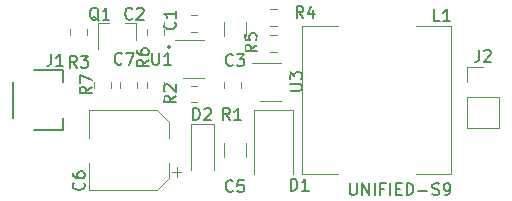
<source format=gto>
G04 #@! TF.GenerationSoftware,KiCad,Pcbnew,(5.1.4)-1*
G04 #@! TF.CreationDate,2020-04-16T23:28:20+09:00*
G04 #@! TF.ProjectId,solenoid-driver,736f6c65-6e6f-4696-942d-647269766572,rev?*
G04 #@! TF.SameCoordinates,Original*
G04 #@! TF.FileFunction,Legend,Top*
G04 #@! TF.FilePolarity,Positive*
%FSLAX46Y46*%
G04 Gerber Fmt 4.6, Leading zero omitted, Abs format (unit mm)*
G04 Created by KiCad (PCBNEW (5.1.4)-1) date 2020-04-16 23:28:20*
%MOMM*%
%LPD*%
G04 APERTURE LIST*
%ADD10C,0.150000*%
%ADD11C,0.200000*%
%ADD12C,0.120000*%
%ADD13R,1.200000X0.900000*%
%ADD14C,0.100000*%
%ADD15C,0.975000*%
%ADD16R,0.800000X0.900000*%
%ADD17C,3.500000*%
%ADD18O,1.700000X1.700000*%
%ADD19R,1.700000X1.700000*%
%ADD20R,1.060000X0.650000*%
%ADD21R,5.400000X2.900000*%
%ADD22R,1.550000X0.600000*%
%ADD23R,1.800000X1.200000*%
%ADD24R,1.800000X2.500000*%
%ADD25C,1.600000*%
%ADD26C,1.250000*%
G04 APERTURE END LIST*
D10*
X183515000Y-113030000D02*
G75*
G03X183515000Y-113030000I-127000J0D01*
G01*
D11*
X198707904Y-124547380D02*
X198707904Y-125356904D01*
X198755523Y-125452142D01*
X198803142Y-125499761D01*
X198898380Y-125547380D01*
X199088857Y-125547380D01*
X199184095Y-125499761D01*
X199231714Y-125452142D01*
X199279333Y-125356904D01*
X199279333Y-124547380D01*
X199755523Y-125547380D02*
X199755523Y-124547380D01*
X200326952Y-125547380D01*
X200326952Y-124547380D01*
X200803142Y-125547380D02*
X200803142Y-124547380D01*
X201612666Y-125023571D02*
X201279333Y-125023571D01*
X201279333Y-125547380D02*
X201279333Y-124547380D01*
X201755523Y-124547380D01*
X202136476Y-125547380D02*
X202136476Y-124547380D01*
X202612666Y-125023571D02*
X202946000Y-125023571D01*
X203088857Y-125547380D02*
X202612666Y-125547380D01*
X202612666Y-124547380D01*
X203088857Y-124547380D01*
X203517428Y-125547380D02*
X203517428Y-124547380D01*
X203755523Y-124547380D01*
X203898380Y-124595000D01*
X203993619Y-124690238D01*
X204041238Y-124785476D01*
X204088857Y-124975952D01*
X204088857Y-125118809D01*
X204041238Y-125309285D01*
X203993619Y-125404523D01*
X203898380Y-125499761D01*
X203755523Y-125547380D01*
X203517428Y-125547380D01*
X204517428Y-125166428D02*
X205279333Y-125166428D01*
X205707904Y-125499761D02*
X205850761Y-125547380D01*
X206088857Y-125547380D01*
X206184095Y-125499761D01*
X206231714Y-125452142D01*
X206279333Y-125356904D01*
X206279333Y-125261666D01*
X206231714Y-125166428D01*
X206184095Y-125118809D01*
X206088857Y-125071190D01*
X205898380Y-125023571D01*
X205803142Y-124975952D01*
X205755523Y-124928333D01*
X205707904Y-124833095D01*
X205707904Y-124737857D01*
X205755523Y-124642619D01*
X205803142Y-124595000D01*
X205898380Y-124547380D01*
X206136476Y-124547380D01*
X206279333Y-124595000D01*
X206755523Y-125547380D02*
X206946000Y-125547380D01*
X207041238Y-125499761D01*
X207088857Y-125452142D01*
X207184095Y-125309285D01*
X207231714Y-125118809D01*
X207231714Y-124737857D01*
X207184095Y-124642619D01*
X207136476Y-124595000D01*
X207041238Y-124547380D01*
X206850761Y-124547380D01*
X206755523Y-124595000D01*
X206707904Y-124642619D01*
X206660285Y-124737857D01*
X206660285Y-124975952D01*
X206707904Y-125071190D01*
X206755523Y-125118809D01*
X206850761Y-125166428D01*
X207041238Y-125166428D01*
X207136476Y-125118809D01*
X207184095Y-125071190D01*
X207231714Y-124975952D01*
D12*
X187250000Y-119500000D02*
X187250000Y-123400000D01*
X185250000Y-119500000D02*
X185250000Y-123400000D01*
X187250000Y-119500000D02*
X185250000Y-119500000D01*
X177040000Y-115991422D02*
X177040000Y-116508578D01*
X178460000Y-115991422D02*
X178460000Y-116508578D01*
X180580000Y-110990000D02*
X180580000Y-112450000D01*
X177420000Y-110990000D02*
X177420000Y-113150000D01*
X177420000Y-110990000D02*
X178350000Y-110990000D01*
X180580000Y-110990000D02*
X179650000Y-110990000D01*
X175040000Y-111491422D02*
X175040000Y-112008578D01*
X176460000Y-111491422D02*
X176460000Y-112008578D01*
X181540000Y-115991422D02*
X181540000Y-116508578D01*
X182960000Y-115991422D02*
X182960000Y-116508578D01*
X179290000Y-115991422D02*
X179290000Y-116508578D01*
X180710000Y-115991422D02*
X180710000Y-116508578D01*
X208670000Y-114670000D02*
X210000000Y-114670000D01*
X208670000Y-116000000D02*
X208670000Y-114670000D01*
X208670000Y-117270000D02*
X211330000Y-117270000D01*
X211330000Y-117270000D02*
X211330000Y-119870000D01*
X208670000Y-117270000D02*
X208670000Y-119870000D01*
X208670000Y-119870000D02*
X211330000Y-119870000D01*
X192900000Y-114390000D02*
X190450000Y-114390000D01*
X191100000Y-117610000D02*
X192900000Y-117610000D01*
X184600000Y-115610000D02*
X186400000Y-115610000D01*
X186400000Y-112390000D02*
X183950000Y-112390000D01*
X192508578Y-112040000D02*
X191991422Y-112040000D01*
X192508578Y-113460000D02*
X191991422Y-113460000D01*
X192508578Y-109790000D02*
X191991422Y-109790000D01*
X192508578Y-111210000D02*
X191991422Y-111210000D01*
X185241422Y-117710000D02*
X185758578Y-117710000D01*
X185241422Y-116290000D02*
X185758578Y-116290000D01*
X189460000Y-116508578D02*
X189460000Y-115991422D01*
X188040000Y-116508578D02*
X188040000Y-115991422D01*
X207300000Y-123800000D02*
X204300000Y-123800000D01*
X207300000Y-111200000D02*
X207300000Y-123800000D01*
X204300000Y-111200000D02*
X207300000Y-111200000D01*
X194700000Y-111200000D02*
X197700000Y-111200000D01*
X194700000Y-123800000D02*
X194700000Y-111200000D01*
X197700000Y-123800000D02*
X194700000Y-123800000D01*
D10*
X174400000Y-119000000D02*
X174400000Y-120000000D01*
X174400000Y-120000000D02*
X172000000Y-120000000D01*
X170200000Y-119000000D02*
X170200000Y-116000000D01*
X172000000Y-115000000D02*
X174400000Y-115000000D01*
X174400000Y-115000000D02*
X174400000Y-116000000D01*
D12*
X193900000Y-118350000D02*
X193900000Y-123750000D01*
X190600000Y-118350000D02*
X190600000Y-123750000D01*
X193900000Y-118350000D02*
X190600000Y-118350000D01*
X184043750Y-123991250D02*
X184043750Y-123203750D01*
X184437500Y-123597500D02*
X183650000Y-123597500D01*
X183410000Y-119404437D02*
X182345563Y-118340000D01*
X183410000Y-124095563D02*
X182345563Y-125160000D01*
X183410000Y-124095563D02*
X183410000Y-122810000D01*
X183410000Y-119404437D02*
X183410000Y-120690000D01*
X182345563Y-118340000D02*
X176590000Y-118340000D01*
X182345563Y-125160000D02*
X176590000Y-125160000D01*
X176590000Y-125160000D02*
X176590000Y-122810000D01*
X176590000Y-118340000D02*
X176590000Y-120690000D01*
X189910000Y-122352064D02*
X189910000Y-121147936D01*
X188090000Y-122352064D02*
X188090000Y-121147936D01*
X189910000Y-112102064D02*
X189910000Y-110897936D01*
X188090000Y-112102064D02*
X188090000Y-110897936D01*
X182960000Y-112008578D02*
X182960000Y-111491422D01*
X181540000Y-112008578D02*
X181540000Y-111491422D01*
X185241422Y-111710000D02*
X185758578Y-111710000D01*
X185241422Y-110290000D02*
X185758578Y-110290000D01*
D10*
X185443904Y-119197380D02*
X185443904Y-118197380D01*
X185682000Y-118197380D01*
X185824857Y-118245000D01*
X185920095Y-118340238D01*
X185967714Y-118435476D01*
X186015333Y-118625952D01*
X186015333Y-118768809D01*
X185967714Y-118959285D01*
X185920095Y-119054523D01*
X185824857Y-119149761D01*
X185682000Y-119197380D01*
X185443904Y-119197380D01*
X186396285Y-118292619D02*
X186443904Y-118245000D01*
X186539142Y-118197380D01*
X186777238Y-118197380D01*
X186872476Y-118245000D01*
X186920095Y-118292619D01*
X186967714Y-118387857D01*
X186967714Y-118483095D01*
X186920095Y-118625952D01*
X186348666Y-119197380D01*
X186967714Y-119197380D01*
X176855380Y-116371666D02*
X176379190Y-116705000D01*
X176855380Y-116943095D02*
X175855380Y-116943095D01*
X175855380Y-116562142D01*
X175903000Y-116466904D01*
X175950619Y-116419285D01*
X176045857Y-116371666D01*
X176188714Y-116371666D01*
X176283952Y-116419285D01*
X176331571Y-116466904D01*
X176379190Y-116562142D01*
X176379190Y-116943095D01*
X175855380Y-116038333D02*
X175855380Y-115371666D01*
X176855380Y-115800238D01*
X177450761Y-110783619D02*
X177355523Y-110736000D01*
X177260285Y-110640761D01*
X177117428Y-110497904D01*
X177022190Y-110450285D01*
X176926952Y-110450285D01*
X176974571Y-110688380D02*
X176879333Y-110640761D01*
X176784095Y-110545523D01*
X176736476Y-110355047D01*
X176736476Y-110021714D01*
X176784095Y-109831238D01*
X176879333Y-109736000D01*
X176974571Y-109688380D01*
X177165047Y-109688380D01*
X177260285Y-109736000D01*
X177355523Y-109831238D01*
X177403142Y-110021714D01*
X177403142Y-110355047D01*
X177355523Y-110545523D01*
X177260285Y-110640761D01*
X177165047Y-110688380D01*
X176974571Y-110688380D01*
X178355523Y-110688380D02*
X177784095Y-110688380D01*
X178069809Y-110688380D02*
X178069809Y-109688380D01*
X177974571Y-109831238D01*
X177879333Y-109926476D01*
X177784095Y-109974095D01*
X175601333Y-114752380D02*
X175268000Y-114276190D01*
X175029904Y-114752380D02*
X175029904Y-113752380D01*
X175410857Y-113752380D01*
X175506095Y-113800000D01*
X175553714Y-113847619D01*
X175601333Y-113942857D01*
X175601333Y-114085714D01*
X175553714Y-114180952D01*
X175506095Y-114228571D01*
X175410857Y-114276190D01*
X175029904Y-114276190D01*
X175934666Y-113752380D02*
X176553714Y-113752380D01*
X176220380Y-114133333D01*
X176363238Y-114133333D01*
X176458476Y-114180952D01*
X176506095Y-114228571D01*
X176553714Y-114323809D01*
X176553714Y-114561904D01*
X176506095Y-114657142D01*
X176458476Y-114704761D01*
X176363238Y-114752380D01*
X176077523Y-114752380D01*
X175982285Y-114704761D01*
X175934666Y-114657142D01*
X181681380Y-114085666D02*
X181205190Y-114419000D01*
X181681380Y-114657095D02*
X180681380Y-114657095D01*
X180681380Y-114276142D01*
X180729000Y-114180904D01*
X180776619Y-114133285D01*
X180871857Y-114085666D01*
X181014714Y-114085666D01*
X181109952Y-114133285D01*
X181157571Y-114180904D01*
X181205190Y-114276142D01*
X181205190Y-114657095D01*
X180681380Y-113228523D02*
X180681380Y-113419000D01*
X180729000Y-113514238D01*
X180776619Y-113561857D01*
X180919476Y-113657095D01*
X181109952Y-113704714D01*
X181490904Y-113704714D01*
X181586142Y-113657095D01*
X181633761Y-113609476D01*
X181681380Y-113514238D01*
X181681380Y-113323761D01*
X181633761Y-113228523D01*
X181586142Y-113180904D01*
X181490904Y-113133285D01*
X181252809Y-113133285D01*
X181157571Y-113180904D01*
X181109952Y-113228523D01*
X181062333Y-113323761D01*
X181062333Y-113514238D01*
X181109952Y-113609476D01*
X181157571Y-113657095D01*
X181252809Y-113704714D01*
X179411333Y-114403142D02*
X179363714Y-114450761D01*
X179220857Y-114498380D01*
X179125619Y-114498380D01*
X178982761Y-114450761D01*
X178887523Y-114355523D01*
X178839904Y-114260285D01*
X178792285Y-114069809D01*
X178792285Y-113926952D01*
X178839904Y-113736476D01*
X178887523Y-113641238D01*
X178982761Y-113546000D01*
X179125619Y-113498380D01*
X179220857Y-113498380D01*
X179363714Y-113546000D01*
X179411333Y-113593619D01*
X179744666Y-113498380D02*
X180411333Y-113498380D01*
X179982761Y-114498380D01*
X209666666Y-113244380D02*
X209666666Y-113958666D01*
X209619047Y-114101523D01*
X209523809Y-114196761D01*
X209380952Y-114244380D01*
X209285714Y-114244380D01*
X210095238Y-113339619D02*
X210142857Y-113292000D01*
X210238095Y-113244380D01*
X210476190Y-113244380D01*
X210571428Y-113292000D01*
X210619047Y-113339619D01*
X210666666Y-113434857D01*
X210666666Y-113530095D01*
X210619047Y-113672952D01*
X210047619Y-114244380D01*
X210666666Y-114244380D01*
X193635380Y-116712904D02*
X194444904Y-116712904D01*
X194540142Y-116665285D01*
X194587761Y-116617666D01*
X194635380Y-116522428D01*
X194635380Y-116331952D01*
X194587761Y-116236714D01*
X194540142Y-116189095D01*
X194444904Y-116141476D01*
X193635380Y-116141476D01*
X193635380Y-115760523D02*
X193635380Y-115141476D01*
X194016333Y-115474809D01*
X194016333Y-115331952D01*
X194063952Y-115236714D01*
X194111571Y-115189095D01*
X194206809Y-115141476D01*
X194444904Y-115141476D01*
X194540142Y-115189095D01*
X194587761Y-115236714D01*
X194635380Y-115331952D01*
X194635380Y-115617666D01*
X194587761Y-115712904D01*
X194540142Y-115760523D01*
X181991095Y-113498380D02*
X181991095Y-114307904D01*
X182038714Y-114403142D01*
X182086333Y-114450761D01*
X182181571Y-114498380D01*
X182372047Y-114498380D01*
X182467285Y-114450761D01*
X182514904Y-114403142D01*
X182562523Y-114307904D01*
X182562523Y-113498380D01*
X183562523Y-114498380D02*
X182991095Y-114498380D01*
X183276809Y-114498380D02*
X183276809Y-113498380D01*
X183181571Y-113641238D01*
X183086333Y-113736476D01*
X182991095Y-113784095D01*
X190825380Y-112815666D02*
X190349190Y-113149000D01*
X190825380Y-113387095D02*
X189825380Y-113387095D01*
X189825380Y-113006142D01*
X189873000Y-112910904D01*
X189920619Y-112863285D01*
X190015857Y-112815666D01*
X190158714Y-112815666D01*
X190253952Y-112863285D01*
X190301571Y-112910904D01*
X190349190Y-113006142D01*
X190349190Y-113387095D01*
X189825380Y-111910904D02*
X189825380Y-112387095D01*
X190301571Y-112434714D01*
X190253952Y-112387095D01*
X190206333Y-112291857D01*
X190206333Y-112053761D01*
X190253952Y-111958523D01*
X190301571Y-111910904D01*
X190396809Y-111863285D01*
X190634904Y-111863285D01*
X190730142Y-111910904D01*
X190777761Y-111958523D01*
X190825380Y-112053761D01*
X190825380Y-112291857D01*
X190777761Y-112387095D01*
X190730142Y-112434714D01*
X194778333Y-110561380D02*
X194445000Y-110085190D01*
X194206904Y-110561380D02*
X194206904Y-109561380D01*
X194587857Y-109561380D01*
X194683095Y-109609000D01*
X194730714Y-109656619D01*
X194778333Y-109751857D01*
X194778333Y-109894714D01*
X194730714Y-109989952D01*
X194683095Y-110037571D01*
X194587857Y-110085190D01*
X194206904Y-110085190D01*
X195635476Y-109894714D02*
X195635476Y-110561380D01*
X195397380Y-109513761D02*
X195159285Y-110228047D01*
X195778333Y-110228047D01*
X183967380Y-117133666D02*
X183491190Y-117467000D01*
X183967380Y-117705095D02*
X182967380Y-117705095D01*
X182967380Y-117324142D01*
X183015000Y-117228904D01*
X183062619Y-117181285D01*
X183157857Y-117133666D01*
X183300714Y-117133666D01*
X183395952Y-117181285D01*
X183443571Y-117228904D01*
X183491190Y-117324142D01*
X183491190Y-117705095D01*
X183062619Y-116752714D02*
X183015000Y-116705095D01*
X182967380Y-116609857D01*
X182967380Y-116371761D01*
X183015000Y-116276523D01*
X183062619Y-116228904D01*
X183157857Y-116181285D01*
X183253095Y-116181285D01*
X183395952Y-116228904D01*
X183967380Y-116800333D01*
X183967380Y-116181285D01*
X188555333Y-119197380D02*
X188222000Y-118721190D01*
X187983904Y-119197380D02*
X187983904Y-118197380D01*
X188364857Y-118197380D01*
X188460095Y-118245000D01*
X188507714Y-118292619D01*
X188555333Y-118387857D01*
X188555333Y-118530714D01*
X188507714Y-118625952D01*
X188460095Y-118673571D01*
X188364857Y-118721190D01*
X187983904Y-118721190D01*
X189507714Y-119197380D02*
X188936285Y-119197380D01*
X189222000Y-119197380D02*
X189222000Y-118197380D01*
X189126761Y-118340238D01*
X189031523Y-118435476D01*
X188936285Y-118483095D01*
X206335333Y-110815380D02*
X205859142Y-110815380D01*
X205859142Y-109815380D01*
X207192476Y-110815380D02*
X206621047Y-110815380D01*
X206906761Y-110815380D02*
X206906761Y-109815380D01*
X206811523Y-109958238D01*
X206716285Y-110053476D01*
X206621047Y-110101095D01*
X173425666Y-113625380D02*
X173425666Y-114339666D01*
X173378047Y-114482523D01*
X173282809Y-114577761D01*
X173139952Y-114625380D01*
X173044714Y-114625380D01*
X174425666Y-114625380D02*
X173854238Y-114625380D01*
X174139952Y-114625380D02*
X174139952Y-113625380D01*
X174044714Y-113768238D01*
X173949476Y-113863476D01*
X173854238Y-113911095D01*
X193698904Y-125166380D02*
X193698904Y-124166380D01*
X193937000Y-124166380D01*
X194079857Y-124214000D01*
X194175095Y-124309238D01*
X194222714Y-124404476D01*
X194270333Y-124594952D01*
X194270333Y-124737809D01*
X194222714Y-124928285D01*
X194175095Y-125023523D01*
X194079857Y-125118761D01*
X193937000Y-125166380D01*
X193698904Y-125166380D01*
X195222714Y-125166380D02*
X194651285Y-125166380D01*
X194937000Y-125166380D02*
X194937000Y-124166380D01*
X194841761Y-124309238D01*
X194746523Y-124404476D01*
X194651285Y-124452095D01*
X176169142Y-124499666D02*
X176216761Y-124547285D01*
X176264380Y-124690142D01*
X176264380Y-124785380D01*
X176216761Y-124928238D01*
X176121523Y-125023476D01*
X176026285Y-125071095D01*
X175835809Y-125118714D01*
X175692952Y-125118714D01*
X175502476Y-125071095D01*
X175407238Y-125023476D01*
X175312000Y-124928238D01*
X175264380Y-124785380D01*
X175264380Y-124690142D01*
X175312000Y-124547285D01*
X175359619Y-124499666D01*
X175264380Y-123642523D02*
X175264380Y-123833000D01*
X175312000Y-123928238D01*
X175359619Y-123975857D01*
X175502476Y-124071095D01*
X175692952Y-124118714D01*
X176073904Y-124118714D01*
X176169142Y-124071095D01*
X176216761Y-124023476D01*
X176264380Y-123928238D01*
X176264380Y-123737761D01*
X176216761Y-123642523D01*
X176169142Y-123594904D01*
X176073904Y-123547285D01*
X175835809Y-123547285D01*
X175740571Y-123594904D01*
X175692952Y-123642523D01*
X175645333Y-123737761D01*
X175645333Y-123928238D01*
X175692952Y-124023476D01*
X175740571Y-124071095D01*
X175835809Y-124118714D01*
X188809333Y-125198142D02*
X188761714Y-125245761D01*
X188618857Y-125293380D01*
X188523619Y-125293380D01*
X188380761Y-125245761D01*
X188285523Y-125150523D01*
X188237904Y-125055285D01*
X188190285Y-124864809D01*
X188190285Y-124721952D01*
X188237904Y-124531476D01*
X188285523Y-124436238D01*
X188380761Y-124341000D01*
X188523619Y-124293380D01*
X188618857Y-124293380D01*
X188761714Y-124341000D01*
X188809333Y-124388619D01*
X189714095Y-124293380D02*
X189237904Y-124293380D01*
X189190285Y-124769571D01*
X189237904Y-124721952D01*
X189333142Y-124674333D01*
X189571238Y-124674333D01*
X189666476Y-124721952D01*
X189714095Y-124769571D01*
X189761714Y-124864809D01*
X189761714Y-125102904D01*
X189714095Y-125198142D01*
X189666476Y-125245761D01*
X189571238Y-125293380D01*
X189333142Y-125293380D01*
X189237904Y-125245761D01*
X189190285Y-125198142D01*
X188809333Y-114530142D02*
X188761714Y-114577761D01*
X188618857Y-114625380D01*
X188523619Y-114625380D01*
X188380761Y-114577761D01*
X188285523Y-114482523D01*
X188237904Y-114387285D01*
X188190285Y-114196809D01*
X188190285Y-114053952D01*
X188237904Y-113863476D01*
X188285523Y-113768238D01*
X188380761Y-113673000D01*
X188523619Y-113625380D01*
X188618857Y-113625380D01*
X188761714Y-113673000D01*
X188809333Y-113720619D01*
X189142666Y-113625380D02*
X189761714Y-113625380D01*
X189428380Y-114006333D01*
X189571238Y-114006333D01*
X189666476Y-114053952D01*
X189714095Y-114101571D01*
X189761714Y-114196809D01*
X189761714Y-114434904D01*
X189714095Y-114530142D01*
X189666476Y-114577761D01*
X189571238Y-114625380D01*
X189285523Y-114625380D01*
X189190285Y-114577761D01*
X189142666Y-114530142D01*
X180300333Y-110593142D02*
X180252714Y-110640761D01*
X180109857Y-110688380D01*
X180014619Y-110688380D01*
X179871761Y-110640761D01*
X179776523Y-110545523D01*
X179728904Y-110450285D01*
X179681285Y-110259809D01*
X179681285Y-110116952D01*
X179728904Y-109926476D01*
X179776523Y-109831238D01*
X179871761Y-109736000D01*
X180014619Y-109688380D01*
X180109857Y-109688380D01*
X180252714Y-109736000D01*
X180300333Y-109783619D01*
X180681285Y-109783619D02*
X180728904Y-109736000D01*
X180824142Y-109688380D01*
X181062238Y-109688380D01*
X181157476Y-109736000D01*
X181205095Y-109783619D01*
X181252714Y-109878857D01*
X181252714Y-109974095D01*
X181205095Y-110116952D01*
X180633666Y-110688380D01*
X181252714Y-110688380D01*
X183872142Y-110910666D02*
X183919761Y-110958285D01*
X183967380Y-111101142D01*
X183967380Y-111196380D01*
X183919761Y-111339238D01*
X183824523Y-111434476D01*
X183729285Y-111482095D01*
X183538809Y-111529714D01*
X183395952Y-111529714D01*
X183205476Y-111482095D01*
X183110238Y-111434476D01*
X183015000Y-111339238D01*
X182967380Y-111196380D01*
X182967380Y-111101142D01*
X183015000Y-110958285D01*
X183062619Y-110910666D01*
X183967380Y-109958285D02*
X183967380Y-110529714D01*
X183967380Y-110244000D02*
X182967380Y-110244000D01*
X183110238Y-110339238D01*
X183205476Y-110434476D01*
X183253095Y-110529714D01*
%LPC*%
D13*
X186250000Y-123400000D03*
X186250000Y-120100000D03*
D14*
G36*
X178230142Y-116701174D02*
G01*
X178253803Y-116704684D01*
X178277007Y-116710496D01*
X178299529Y-116718554D01*
X178321153Y-116728782D01*
X178341670Y-116741079D01*
X178360883Y-116755329D01*
X178378607Y-116771393D01*
X178394671Y-116789117D01*
X178408921Y-116808330D01*
X178421218Y-116828847D01*
X178431446Y-116850471D01*
X178439504Y-116872993D01*
X178445316Y-116896197D01*
X178448826Y-116919858D01*
X178450000Y-116943750D01*
X178450000Y-117431250D01*
X178448826Y-117455142D01*
X178445316Y-117478803D01*
X178439504Y-117502007D01*
X178431446Y-117524529D01*
X178421218Y-117546153D01*
X178408921Y-117566670D01*
X178394671Y-117585883D01*
X178378607Y-117603607D01*
X178360883Y-117619671D01*
X178341670Y-117633921D01*
X178321153Y-117646218D01*
X178299529Y-117656446D01*
X178277007Y-117664504D01*
X178253803Y-117670316D01*
X178230142Y-117673826D01*
X178206250Y-117675000D01*
X177293750Y-117675000D01*
X177269858Y-117673826D01*
X177246197Y-117670316D01*
X177222993Y-117664504D01*
X177200471Y-117656446D01*
X177178847Y-117646218D01*
X177158330Y-117633921D01*
X177139117Y-117619671D01*
X177121393Y-117603607D01*
X177105329Y-117585883D01*
X177091079Y-117566670D01*
X177078782Y-117546153D01*
X177068554Y-117524529D01*
X177060496Y-117502007D01*
X177054684Y-117478803D01*
X177051174Y-117455142D01*
X177050000Y-117431250D01*
X177050000Y-116943750D01*
X177051174Y-116919858D01*
X177054684Y-116896197D01*
X177060496Y-116872993D01*
X177068554Y-116850471D01*
X177078782Y-116828847D01*
X177091079Y-116808330D01*
X177105329Y-116789117D01*
X177121393Y-116771393D01*
X177139117Y-116755329D01*
X177158330Y-116741079D01*
X177178847Y-116728782D01*
X177200471Y-116718554D01*
X177222993Y-116710496D01*
X177246197Y-116704684D01*
X177269858Y-116701174D01*
X177293750Y-116700000D01*
X178206250Y-116700000D01*
X178230142Y-116701174D01*
X178230142Y-116701174D01*
G37*
D15*
X177750000Y-117187500D03*
D14*
G36*
X178230142Y-114826174D02*
G01*
X178253803Y-114829684D01*
X178277007Y-114835496D01*
X178299529Y-114843554D01*
X178321153Y-114853782D01*
X178341670Y-114866079D01*
X178360883Y-114880329D01*
X178378607Y-114896393D01*
X178394671Y-114914117D01*
X178408921Y-114933330D01*
X178421218Y-114953847D01*
X178431446Y-114975471D01*
X178439504Y-114997993D01*
X178445316Y-115021197D01*
X178448826Y-115044858D01*
X178450000Y-115068750D01*
X178450000Y-115556250D01*
X178448826Y-115580142D01*
X178445316Y-115603803D01*
X178439504Y-115627007D01*
X178431446Y-115649529D01*
X178421218Y-115671153D01*
X178408921Y-115691670D01*
X178394671Y-115710883D01*
X178378607Y-115728607D01*
X178360883Y-115744671D01*
X178341670Y-115758921D01*
X178321153Y-115771218D01*
X178299529Y-115781446D01*
X178277007Y-115789504D01*
X178253803Y-115795316D01*
X178230142Y-115798826D01*
X178206250Y-115800000D01*
X177293750Y-115800000D01*
X177269858Y-115798826D01*
X177246197Y-115795316D01*
X177222993Y-115789504D01*
X177200471Y-115781446D01*
X177178847Y-115771218D01*
X177158330Y-115758921D01*
X177139117Y-115744671D01*
X177121393Y-115728607D01*
X177105329Y-115710883D01*
X177091079Y-115691670D01*
X177078782Y-115671153D01*
X177068554Y-115649529D01*
X177060496Y-115627007D01*
X177054684Y-115603803D01*
X177051174Y-115580142D01*
X177050000Y-115556250D01*
X177050000Y-115068750D01*
X177051174Y-115044858D01*
X177054684Y-115021197D01*
X177060496Y-114997993D01*
X177068554Y-114975471D01*
X177078782Y-114953847D01*
X177091079Y-114933330D01*
X177105329Y-114914117D01*
X177121393Y-114896393D01*
X177139117Y-114880329D01*
X177158330Y-114866079D01*
X177178847Y-114853782D01*
X177200471Y-114843554D01*
X177222993Y-114835496D01*
X177246197Y-114829684D01*
X177269858Y-114826174D01*
X177293750Y-114825000D01*
X178206250Y-114825000D01*
X178230142Y-114826174D01*
X178230142Y-114826174D01*
G37*
D15*
X177750000Y-115312500D03*
D16*
X179000000Y-110750000D03*
X179950000Y-112750000D03*
X178050000Y-112750000D03*
D14*
G36*
X176230142Y-112201174D02*
G01*
X176253803Y-112204684D01*
X176277007Y-112210496D01*
X176299529Y-112218554D01*
X176321153Y-112228782D01*
X176341670Y-112241079D01*
X176360883Y-112255329D01*
X176378607Y-112271393D01*
X176394671Y-112289117D01*
X176408921Y-112308330D01*
X176421218Y-112328847D01*
X176431446Y-112350471D01*
X176439504Y-112372993D01*
X176445316Y-112396197D01*
X176448826Y-112419858D01*
X176450000Y-112443750D01*
X176450000Y-112931250D01*
X176448826Y-112955142D01*
X176445316Y-112978803D01*
X176439504Y-113002007D01*
X176431446Y-113024529D01*
X176421218Y-113046153D01*
X176408921Y-113066670D01*
X176394671Y-113085883D01*
X176378607Y-113103607D01*
X176360883Y-113119671D01*
X176341670Y-113133921D01*
X176321153Y-113146218D01*
X176299529Y-113156446D01*
X176277007Y-113164504D01*
X176253803Y-113170316D01*
X176230142Y-113173826D01*
X176206250Y-113175000D01*
X175293750Y-113175000D01*
X175269858Y-113173826D01*
X175246197Y-113170316D01*
X175222993Y-113164504D01*
X175200471Y-113156446D01*
X175178847Y-113146218D01*
X175158330Y-113133921D01*
X175139117Y-113119671D01*
X175121393Y-113103607D01*
X175105329Y-113085883D01*
X175091079Y-113066670D01*
X175078782Y-113046153D01*
X175068554Y-113024529D01*
X175060496Y-113002007D01*
X175054684Y-112978803D01*
X175051174Y-112955142D01*
X175050000Y-112931250D01*
X175050000Y-112443750D01*
X175051174Y-112419858D01*
X175054684Y-112396197D01*
X175060496Y-112372993D01*
X175068554Y-112350471D01*
X175078782Y-112328847D01*
X175091079Y-112308330D01*
X175105329Y-112289117D01*
X175121393Y-112271393D01*
X175139117Y-112255329D01*
X175158330Y-112241079D01*
X175178847Y-112228782D01*
X175200471Y-112218554D01*
X175222993Y-112210496D01*
X175246197Y-112204684D01*
X175269858Y-112201174D01*
X175293750Y-112200000D01*
X176206250Y-112200000D01*
X176230142Y-112201174D01*
X176230142Y-112201174D01*
G37*
D15*
X175750000Y-112687500D03*
D14*
G36*
X176230142Y-110326174D02*
G01*
X176253803Y-110329684D01*
X176277007Y-110335496D01*
X176299529Y-110343554D01*
X176321153Y-110353782D01*
X176341670Y-110366079D01*
X176360883Y-110380329D01*
X176378607Y-110396393D01*
X176394671Y-110414117D01*
X176408921Y-110433330D01*
X176421218Y-110453847D01*
X176431446Y-110475471D01*
X176439504Y-110497993D01*
X176445316Y-110521197D01*
X176448826Y-110544858D01*
X176450000Y-110568750D01*
X176450000Y-111056250D01*
X176448826Y-111080142D01*
X176445316Y-111103803D01*
X176439504Y-111127007D01*
X176431446Y-111149529D01*
X176421218Y-111171153D01*
X176408921Y-111191670D01*
X176394671Y-111210883D01*
X176378607Y-111228607D01*
X176360883Y-111244671D01*
X176341670Y-111258921D01*
X176321153Y-111271218D01*
X176299529Y-111281446D01*
X176277007Y-111289504D01*
X176253803Y-111295316D01*
X176230142Y-111298826D01*
X176206250Y-111300000D01*
X175293750Y-111300000D01*
X175269858Y-111298826D01*
X175246197Y-111295316D01*
X175222993Y-111289504D01*
X175200471Y-111281446D01*
X175178847Y-111271218D01*
X175158330Y-111258921D01*
X175139117Y-111244671D01*
X175121393Y-111228607D01*
X175105329Y-111210883D01*
X175091079Y-111191670D01*
X175078782Y-111171153D01*
X175068554Y-111149529D01*
X175060496Y-111127007D01*
X175054684Y-111103803D01*
X175051174Y-111080142D01*
X175050000Y-111056250D01*
X175050000Y-110568750D01*
X175051174Y-110544858D01*
X175054684Y-110521197D01*
X175060496Y-110497993D01*
X175068554Y-110475471D01*
X175078782Y-110453847D01*
X175091079Y-110433330D01*
X175105329Y-110414117D01*
X175121393Y-110396393D01*
X175139117Y-110380329D01*
X175158330Y-110366079D01*
X175178847Y-110353782D01*
X175200471Y-110343554D01*
X175222993Y-110335496D01*
X175246197Y-110329684D01*
X175269858Y-110326174D01*
X175293750Y-110325000D01*
X176206250Y-110325000D01*
X176230142Y-110326174D01*
X176230142Y-110326174D01*
G37*
D15*
X175750000Y-110812500D03*
D14*
G36*
X182730142Y-116701174D02*
G01*
X182753803Y-116704684D01*
X182777007Y-116710496D01*
X182799529Y-116718554D01*
X182821153Y-116728782D01*
X182841670Y-116741079D01*
X182860883Y-116755329D01*
X182878607Y-116771393D01*
X182894671Y-116789117D01*
X182908921Y-116808330D01*
X182921218Y-116828847D01*
X182931446Y-116850471D01*
X182939504Y-116872993D01*
X182945316Y-116896197D01*
X182948826Y-116919858D01*
X182950000Y-116943750D01*
X182950000Y-117431250D01*
X182948826Y-117455142D01*
X182945316Y-117478803D01*
X182939504Y-117502007D01*
X182931446Y-117524529D01*
X182921218Y-117546153D01*
X182908921Y-117566670D01*
X182894671Y-117585883D01*
X182878607Y-117603607D01*
X182860883Y-117619671D01*
X182841670Y-117633921D01*
X182821153Y-117646218D01*
X182799529Y-117656446D01*
X182777007Y-117664504D01*
X182753803Y-117670316D01*
X182730142Y-117673826D01*
X182706250Y-117675000D01*
X181793750Y-117675000D01*
X181769858Y-117673826D01*
X181746197Y-117670316D01*
X181722993Y-117664504D01*
X181700471Y-117656446D01*
X181678847Y-117646218D01*
X181658330Y-117633921D01*
X181639117Y-117619671D01*
X181621393Y-117603607D01*
X181605329Y-117585883D01*
X181591079Y-117566670D01*
X181578782Y-117546153D01*
X181568554Y-117524529D01*
X181560496Y-117502007D01*
X181554684Y-117478803D01*
X181551174Y-117455142D01*
X181550000Y-117431250D01*
X181550000Y-116943750D01*
X181551174Y-116919858D01*
X181554684Y-116896197D01*
X181560496Y-116872993D01*
X181568554Y-116850471D01*
X181578782Y-116828847D01*
X181591079Y-116808330D01*
X181605329Y-116789117D01*
X181621393Y-116771393D01*
X181639117Y-116755329D01*
X181658330Y-116741079D01*
X181678847Y-116728782D01*
X181700471Y-116718554D01*
X181722993Y-116710496D01*
X181746197Y-116704684D01*
X181769858Y-116701174D01*
X181793750Y-116700000D01*
X182706250Y-116700000D01*
X182730142Y-116701174D01*
X182730142Y-116701174D01*
G37*
D15*
X182250000Y-117187500D03*
D14*
G36*
X182730142Y-114826174D02*
G01*
X182753803Y-114829684D01*
X182777007Y-114835496D01*
X182799529Y-114843554D01*
X182821153Y-114853782D01*
X182841670Y-114866079D01*
X182860883Y-114880329D01*
X182878607Y-114896393D01*
X182894671Y-114914117D01*
X182908921Y-114933330D01*
X182921218Y-114953847D01*
X182931446Y-114975471D01*
X182939504Y-114997993D01*
X182945316Y-115021197D01*
X182948826Y-115044858D01*
X182950000Y-115068750D01*
X182950000Y-115556250D01*
X182948826Y-115580142D01*
X182945316Y-115603803D01*
X182939504Y-115627007D01*
X182931446Y-115649529D01*
X182921218Y-115671153D01*
X182908921Y-115691670D01*
X182894671Y-115710883D01*
X182878607Y-115728607D01*
X182860883Y-115744671D01*
X182841670Y-115758921D01*
X182821153Y-115771218D01*
X182799529Y-115781446D01*
X182777007Y-115789504D01*
X182753803Y-115795316D01*
X182730142Y-115798826D01*
X182706250Y-115800000D01*
X181793750Y-115800000D01*
X181769858Y-115798826D01*
X181746197Y-115795316D01*
X181722993Y-115789504D01*
X181700471Y-115781446D01*
X181678847Y-115771218D01*
X181658330Y-115758921D01*
X181639117Y-115744671D01*
X181621393Y-115728607D01*
X181605329Y-115710883D01*
X181591079Y-115691670D01*
X181578782Y-115671153D01*
X181568554Y-115649529D01*
X181560496Y-115627007D01*
X181554684Y-115603803D01*
X181551174Y-115580142D01*
X181550000Y-115556250D01*
X181550000Y-115068750D01*
X181551174Y-115044858D01*
X181554684Y-115021197D01*
X181560496Y-114997993D01*
X181568554Y-114975471D01*
X181578782Y-114953847D01*
X181591079Y-114933330D01*
X181605329Y-114914117D01*
X181621393Y-114896393D01*
X181639117Y-114880329D01*
X181658330Y-114866079D01*
X181678847Y-114853782D01*
X181700471Y-114843554D01*
X181722993Y-114835496D01*
X181746197Y-114829684D01*
X181769858Y-114826174D01*
X181793750Y-114825000D01*
X182706250Y-114825000D01*
X182730142Y-114826174D01*
X182730142Y-114826174D01*
G37*
D15*
X182250000Y-115312500D03*
D14*
G36*
X180480142Y-116701174D02*
G01*
X180503803Y-116704684D01*
X180527007Y-116710496D01*
X180549529Y-116718554D01*
X180571153Y-116728782D01*
X180591670Y-116741079D01*
X180610883Y-116755329D01*
X180628607Y-116771393D01*
X180644671Y-116789117D01*
X180658921Y-116808330D01*
X180671218Y-116828847D01*
X180681446Y-116850471D01*
X180689504Y-116872993D01*
X180695316Y-116896197D01*
X180698826Y-116919858D01*
X180700000Y-116943750D01*
X180700000Y-117431250D01*
X180698826Y-117455142D01*
X180695316Y-117478803D01*
X180689504Y-117502007D01*
X180681446Y-117524529D01*
X180671218Y-117546153D01*
X180658921Y-117566670D01*
X180644671Y-117585883D01*
X180628607Y-117603607D01*
X180610883Y-117619671D01*
X180591670Y-117633921D01*
X180571153Y-117646218D01*
X180549529Y-117656446D01*
X180527007Y-117664504D01*
X180503803Y-117670316D01*
X180480142Y-117673826D01*
X180456250Y-117675000D01*
X179543750Y-117675000D01*
X179519858Y-117673826D01*
X179496197Y-117670316D01*
X179472993Y-117664504D01*
X179450471Y-117656446D01*
X179428847Y-117646218D01*
X179408330Y-117633921D01*
X179389117Y-117619671D01*
X179371393Y-117603607D01*
X179355329Y-117585883D01*
X179341079Y-117566670D01*
X179328782Y-117546153D01*
X179318554Y-117524529D01*
X179310496Y-117502007D01*
X179304684Y-117478803D01*
X179301174Y-117455142D01*
X179300000Y-117431250D01*
X179300000Y-116943750D01*
X179301174Y-116919858D01*
X179304684Y-116896197D01*
X179310496Y-116872993D01*
X179318554Y-116850471D01*
X179328782Y-116828847D01*
X179341079Y-116808330D01*
X179355329Y-116789117D01*
X179371393Y-116771393D01*
X179389117Y-116755329D01*
X179408330Y-116741079D01*
X179428847Y-116728782D01*
X179450471Y-116718554D01*
X179472993Y-116710496D01*
X179496197Y-116704684D01*
X179519858Y-116701174D01*
X179543750Y-116700000D01*
X180456250Y-116700000D01*
X180480142Y-116701174D01*
X180480142Y-116701174D01*
G37*
D15*
X180000000Y-117187500D03*
D14*
G36*
X180480142Y-114826174D02*
G01*
X180503803Y-114829684D01*
X180527007Y-114835496D01*
X180549529Y-114843554D01*
X180571153Y-114853782D01*
X180591670Y-114866079D01*
X180610883Y-114880329D01*
X180628607Y-114896393D01*
X180644671Y-114914117D01*
X180658921Y-114933330D01*
X180671218Y-114953847D01*
X180681446Y-114975471D01*
X180689504Y-114997993D01*
X180695316Y-115021197D01*
X180698826Y-115044858D01*
X180700000Y-115068750D01*
X180700000Y-115556250D01*
X180698826Y-115580142D01*
X180695316Y-115603803D01*
X180689504Y-115627007D01*
X180681446Y-115649529D01*
X180671218Y-115671153D01*
X180658921Y-115691670D01*
X180644671Y-115710883D01*
X180628607Y-115728607D01*
X180610883Y-115744671D01*
X180591670Y-115758921D01*
X180571153Y-115771218D01*
X180549529Y-115781446D01*
X180527007Y-115789504D01*
X180503803Y-115795316D01*
X180480142Y-115798826D01*
X180456250Y-115800000D01*
X179543750Y-115800000D01*
X179519858Y-115798826D01*
X179496197Y-115795316D01*
X179472993Y-115789504D01*
X179450471Y-115781446D01*
X179428847Y-115771218D01*
X179408330Y-115758921D01*
X179389117Y-115744671D01*
X179371393Y-115728607D01*
X179355329Y-115710883D01*
X179341079Y-115691670D01*
X179328782Y-115671153D01*
X179318554Y-115649529D01*
X179310496Y-115627007D01*
X179304684Y-115603803D01*
X179301174Y-115580142D01*
X179300000Y-115556250D01*
X179300000Y-115068750D01*
X179301174Y-115044858D01*
X179304684Y-115021197D01*
X179310496Y-114997993D01*
X179318554Y-114975471D01*
X179328782Y-114953847D01*
X179341079Y-114933330D01*
X179355329Y-114914117D01*
X179371393Y-114896393D01*
X179389117Y-114880329D01*
X179408330Y-114866079D01*
X179428847Y-114853782D01*
X179450471Y-114843554D01*
X179472993Y-114835496D01*
X179496197Y-114829684D01*
X179519858Y-114826174D01*
X179543750Y-114825000D01*
X180456250Y-114825000D01*
X180480142Y-114826174D01*
X180480142Y-114826174D01*
G37*
D15*
X180000000Y-115312500D03*
D17*
X210000000Y-124000000D03*
X210000000Y-111000000D03*
X172000000Y-124000000D03*
X172000000Y-111000000D03*
D18*
X210000000Y-118540000D03*
D19*
X210000000Y-116000000D03*
D20*
X193100000Y-115050000D03*
X193100000Y-116950000D03*
X190900000Y-116950000D03*
X190900000Y-116000000D03*
X190900000Y-115050000D03*
X184400000Y-113050000D03*
X184400000Y-114000000D03*
X184400000Y-114950000D03*
X186600000Y-114950000D03*
X186600000Y-113050000D03*
X186600000Y-114000000D03*
D14*
G36*
X191580142Y-112051174D02*
G01*
X191603803Y-112054684D01*
X191627007Y-112060496D01*
X191649529Y-112068554D01*
X191671153Y-112078782D01*
X191691670Y-112091079D01*
X191710883Y-112105329D01*
X191728607Y-112121393D01*
X191744671Y-112139117D01*
X191758921Y-112158330D01*
X191771218Y-112178847D01*
X191781446Y-112200471D01*
X191789504Y-112222993D01*
X191795316Y-112246197D01*
X191798826Y-112269858D01*
X191800000Y-112293750D01*
X191800000Y-113206250D01*
X191798826Y-113230142D01*
X191795316Y-113253803D01*
X191789504Y-113277007D01*
X191781446Y-113299529D01*
X191771218Y-113321153D01*
X191758921Y-113341670D01*
X191744671Y-113360883D01*
X191728607Y-113378607D01*
X191710883Y-113394671D01*
X191691670Y-113408921D01*
X191671153Y-113421218D01*
X191649529Y-113431446D01*
X191627007Y-113439504D01*
X191603803Y-113445316D01*
X191580142Y-113448826D01*
X191556250Y-113450000D01*
X191068750Y-113450000D01*
X191044858Y-113448826D01*
X191021197Y-113445316D01*
X190997993Y-113439504D01*
X190975471Y-113431446D01*
X190953847Y-113421218D01*
X190933330Y-113408921D01*
X190914117Y-113394671D01*
X190896393Y-113378607D01*
X190880329Y-113360883D01*
X190866079Y-113341670D01*
X190853782Y-113321153D01*
X190843554Y-113299529D01*
X190835496Y-113277007D01*
X190829684Y-113253803D01*
X190826174Y-113230142D01*
X190825000Y-113206250D01*
X190825000Y-112293750D01*
X190826174Y-112269858D01*
X190829684Y-112246197D01*
X190835496Y-112222993D01*
X190843554Y-112200471D01*
X190853782Y-112178847D01*
X190866079Y-112158330D01*
X190880329Y-112139117D01*
X190896393Y-112121393D01*
X190914117Y-112105329D01*
X190933330Y-112091079D01*
X190953847Y-112078782D01*
X190975471Y-112068554D01*
X190997993Y-112060496D01*
X191021197Y-112054684D01*
X191044858Y-112051174D01*
X191068750Y-112050000D01*
X191556250Y-112050000D01*
X191580142Y-112051174D01*
X191580142Y-112051174D01*
G37*
D15*
X191312500Y-112750000D03*
D14*
G36*
X193455142Y-112051174D02*
G01*
X193478803Y-112054684D01*
X193502007Y-112060496D01*
X193524529Y-112068554D01*
X193546153Y-112078782D01*
X193566670Y-112091079D01*
X193585883Y-112105329D01*
X193603607Y-112121393D01*
X193619671Y-112139117D01*
X193633921Y-112158330D01*
X193646218Y-112178847D01*
X193656446Y-112200471D01*
X193664504Y-112222993D01*
X193670316Y-112246197D01*
X193673826Y-112269858D01*
X193675000Y-112293750D01*
X193675000Y-113206250D01*
X193673826Y-113230142D01*
X193670316Y-113253803D01*
X193664504Y-113277007D01*
X193656446Y-113299529D01*
X193646218Y-113321153D01*
X193633921Y-113341670D01*
X193619671Y-113360883D01*
X193603607Y-113378607D01*
X193585883Y-113394671D01*
X193566670Y-113408921D01*
X193546153Y-113421218D01*
X193524529Y-113431446D01*
X193502007Y-113439504D01*
X193478803Y-113445316D01*
X193455142Y-113448826D01*
X193431250Y-113450000D01*
X192943750Y-113450000D01*
X192919858Y-113448826D01*
X192896197Y-113445316D01*
X192872993Y-113439504D01*
X192850471Y-113431446D01*
X192828847Y-113421218D01*
X192808330Y-113408921D01*
X192789117Y-113394671D01*
X192771393Y-113378607D01*
X192755329Y-113360883D01*
X192741079Y-113341670D01*
X192728782Y-113321153D01*
X192718554Y-113299529D01*
X192710496Y-113277007D01*
X192704684Y-113253803D01*
X192701174Y-113230142D01*
X192700000Y-113206250D01*
X192700000Y-112293750D01*
X192701174Y-112269858D01*
X192704684Y-112246197D01*
X192710496Y-112222993D01*
X192718554Y-112200471D01*
X192728782Y-112178847D01*
X192741079Y-112158330D01*
X192755329Y-112139117D01*
X192771393Y-112121393D01*
X192789117Y-112105329D01*
X192808330Y-112091079D01*
X192828847Y-112078782D01*
X192850471Y-112068554D01*
X192872993Y-112060496D01*
X192896197Y-112054684D01*
X192919858Y-112051174D01*
X192943750Y-112050000D01*
X193431250Y-112050000D01*
X193455142Y-112051174D01*
X193455142Y-112051174D01*
G37*
D15*
X193187500Y-112750000D03*
D14*
G36*
X191580142Y-109801174D02*
G01*
X191603803Y-109804684D01*
X191627007Y-109810496D01*
X191649529Y-109818554D01*
X191671153Y-109828782D01*
X191691670Y-109841079D01*
X191710883Y-109855329D01*
X191728607Y-109871393D01*
X191744671Y-109889117D01*
X191758921Y-109908330D01*
X191771218Y-109928847D01*
X191781446Y-109950471D01*
X191789504Y-109972993D01*
X191795316Y-109996197D01*
X191798826Y-110019858D01*
X191800000Y-110043750D01*
X191800000Y-110956250D01*
X191798826Y-110980142D01*
X191795316Y-111003803D01*
X191789504Y-111027007D01*
X191781446Y-111049529D01*
X191771218Y-111071153D01*
X191758921Y-111091670D01*
X191744671Y-111110883D01*
X191728607Y-111128607D01*
X191710883Y-111144671D01*
X191691670Y-111158921D01*
X191671153Y-111171218D01*
X191649529Y-111181446D01*
X191627007Y-111189504D01*
X191603803Y-111195316D01*
X191580142Y-111198826D01*
X191556250Y-111200000D01*
X191068750Y-111200000D01*
X191044858Y-111198826D01*
X191021197Y-111195316D01*
X190997993Y-111189504D01*
X190975471Y-111181446D01*
X190953847Y-111171218D01*
X190933330Y-111158921D01*
X190914117Y-111144671D01*
X190896393Y-111128607D01*
X190880329Y-111110883D01*
X190866079Y-111091670D01*
X190853782Y-111071153D01*
X190843554Y-111049529D01*
X190835496Y-111027007D01*
X190829684Y-111003803D01*
X190826174Y-110980142D01*
X190825000Y-110956250D01*
X190825000Y-110043750D01*
X190826174Y-110019858D01*
X190829684Y-109996197D01*
X190835496Y-109972993D01*
X190843554Y-109950471D01*
X190853782Y-109928847D01*
X190866079Y-109908330D01*
X190880329Y-109889117D01*
X190896393Y-109871393D01*
X190914117Y-109855329D01*
X190933330Y-109841079D01*
X190953847Y-109828782D01*
X190975471Y-109818554D01*
X190997993Y-109810496D01*
X191021197Y-109804684D01*
X191044858Y-109801174D01*
X191068750Y-109800000D01*
X191556250Y-109800000D01*
X191580142Y-109801174D01*
X191580142Y-109801174D01*
G37*
D15*
X191312500Y-110500000D03*
D14*
G36*
X193455142Y-109801174D02*
G01*
X193478803Y-109804684D01*
X193502007Y-109810496D01*
X193524529Y-109818554D01*
X193546153Y-109828782D01*
X193566670Y-109841079D01*
X193585883Y-109855329D01*
X193603607Y-109871393D01*
X193619671Y-109889117D01*
X193633921Y-109908330D01*
X193646218Y-109928847D01*
X193656446Y-109950471D01*
X193664504Y-109972993D01*
X193670316Y-109996197D01*
X193673826Y-110019858D01*
X193675000Y-110043750D01*
X193675000Y-110956250D01*
X193673826Y-110980142D01*
X193670316Y-111003803D01*
X193664504Y-111027007D01*
X193656446Y-111049529D01*
X193646218Y-111071153D01*
X193633921Y-111091670D01*
X193619671Y-111110883D01*
X193603607Y-111128607D01*
X193585883Y-111144671D01*
X193566670Y-111158921D01*
X193546153Y-111171218D01*
X193524529Y-111181446D01*
X193502007Y-111189504D01*
X193478803Y-111195316D01*
X193455142Y-111198826D01*
X193431250Y-111200000D01*
X192943750Y-111200000D01*
X192919858Y-111198826D01*
X192896197Y-111195316D01*
X192872993Y-111189504D01*
X192850471Y-111181446D01*
X192828847Y-111171218D01*
X192808330Y-111158921D01*
X192789117Y-111144671D01*
X192771393Y-111128607D01*
X192755329Y-111110883D01*
X192741079Y-111091670D01*
X192728782Y-111071153D01*
X192718554Y-111049529D01*
X192710496Y-111027007D01*
X192704684Y-111003803D01*
X192701174Y-110980142D01*
X192700000Y-110956250D01*
X192700000Y-110043750D01*
X192701174Y-110019858D01*
X192704684Y-109996197D01*
X192710496Y-109972993D01*
X192718554Y-109950471D01*
X192728782Y-109928847D01*
X192741079Y-109908330D01*
X192755329Y-109889117D01*
X192771393Y-109871393D01*
X192789117Y-109855329D01*
X192808330Y-109841079D01*
X192828847Y-109828782D01*
X192850471Y-109818554D01*
X192872993Y-109810496D01*
X192896197Y-109804684D01*
X192919858Y-109801174D01*
X192943750Y-109800000D01*
X193431250Y-109800000D01*
X193455142Y-109801174D01*
X193455142Y-109801174D01*
G37*
D15*
X193187500Y-110500000D03*
D14*
G36*
X186705142Y-116301174D02*
G01*
X186728803Y-116304684D01*
X186752007Y-116310496D01*
X186774529Y-116318554D01*
X186796153Y-116328782D01*
X186816670Y-116341079D01*
X186835883Y-116355329D01*
X186853607Y-116371393D01*
X186869671Y-116389117D01*
X186883921Y-116408330D01*
X186896218Y-116428847D01*
X186906446Y-116450471D01*
X186914504Y-116472993D01*
X186920316Y-116496197D01*
X186923826Y-116519858D01*
X186925000Y-116543750D01*
X186925000Y-117456250D01*
X186923826Y-117480142D01*
X186920316Y-117503803D01*
X186914504Y-117527007D01*
X186906446Y-117549529D01*
X186896218Y-117571153D01*
X186883921Y-117591670D01*
X186869671Y-117610883D01*
X186853607Y-117628607D01*
X186835883Y-117644671D01*
X186816670Y-117658921D01*
X186796153Y-117671218D01*
X186774529Y-117681446D01*
X186752007Y-117689504D01*
X186728803Y-117695316D01*
X186705142Y-117698826D01*
X186681250Y-117700000D01*
X186193750Y-117700000D01*
X186169858Y-117698826D01*
X186146197Y-117695316D01*
X186122993Y-117689504D01*
X186100471Y-117681446D01*
X186078847Y-117671218D01*
X186058330Y-117658921D01*
X186039117Y-117644671D01*
X186021393Y-117628607D01*
X186005329Y-117610883D01*
X185991079Y-117591670D01*
X185978782Y-117571153D01*
X185968554Y-117549529D01*
X185960496Y-117527007D01*
X185954684Y-117503803D01*
X185951174Y-117480142D01*
X185950000Y-117456250D01*
X185950000Y-116543750D01*
X185951174Y-116519858D01*
X185954684Y-116496197D01*
X185960496Y-116472993D01*
X185968554Y-116450471D01*
X185978782Y-116428847D01*
X185991079Y-116408330D01*
X186005329Y-116389117D01*
X186021393Y-116371393D01*
X186039117Y-116355329D01*
X186058330Y-116341079D01*
X186078847Y-116328782D01*
X186100471Y-116318554D01*
X186122993Y-116310496D01*
X186146197Y-116304684D01*
X186169858Y-116301174D01*
X186193750Y-116300000D01*
X186681250Y-116300000D01*
X186705142Y-116301174D01*
X186705142Y-116301174D01*
G37*
D15*
X186437500Y-117000000D03*
D14*
G36*
X184830142Y-116301174D02*
G01*
X184853803Y-116304684D01*
X184877007Y-116310496D01*
X184899529Y-116318554D01*
X184921153Y-116328782D01*
X184941670Y-116341079D01*
X184960883Y-116355329D01*
X184978607Y-116371393D01*
X184994671Y-116389117D01*
X185008921Y-116408330D01*
X185021218Y-116428847D01*
X185031446Y-116450471D01*
X185039504Y-116472993D01*
X185045316Y-116496197D01*
X185048826Y-116519858D01*
X185050000Y-116543750D01*
X185050000Y-117456250D01*
X185048826Y-117480142D01*
X185045316Y-117503803D01*
X185039504Y-117527007D01*
X185031446Y-117549529D01*
X185021218Y-117571153D01*
X185008921Y-117591670D01*
X184994671Y-117610883D01*
X184978607Y-117628607D01*
X184960883Y-117644671D01*
X184941670Y-117658921D01*
X184921153Y-117671218D01*
X184899529Y-117681446D01*
X184877007Y-117689504D01*
X184853803Y-117695316D01*
X184830142Y-117698826D01*
X184806250Y-117700000D01*
X184318750Y-117700000D01*
X184294858Y-117698826D01*
X184271197Y-117695316D01*
X184247993Y-117689504D01*
X184225471Y-117681446D01*
X184203847Y-117671218D01*
X184183330Y-117658921D01*
X184164117Y-117644671D01*
X184146393Y-117628607D01*
X184130329Y-117610883D01*
X184116079Y-117591670D01*
X184103782Y-117571153D01*
X184093554Y-117549529D01*
X184085496Y-117527007D01*
X184079684Y-117503803D01*
X184076174Y-117480142D01*
X184075000Y-117456250D01*
X184075000Y-116543750D01*
X184076174Y-116519858D01*
X184079684Y-116496197D01*
X184085496Y-116472993D01*
X184093554Y-116450471D01*
X184103782Y-116428847D01*
X184116079Y-116408330D01*
X184130329Y-116389117D01*
X184146393Y-116371393D01*
X184164117Y-116355329D01*
X184183330Y-116341079D01*
X184203847Y-116328782D01*
X184225471Y-116318554D01*
X184247993Y-116310496D01*
X184271197Y-116304684D01*
X184294858Y-116301174D01*
X184318750Y-116300000D01*
X184806250Y-116300000D01*
X184830142Y-116301174D01*
X184830142Y-116301174D01*
G37*
D15*
X184562500Y-117000000D03*
D14*
G36*
X189230142Y-114826174D02*
G01*
X189253803Y-114829684D01*
X189277007Y-114835496D01*
X189299529Y-114843554D01*
X189321153Y-114853782D01*
X189341670Y-114866079D01*
X189360883Y-114880329D01*
X189378607Y-114896393D01*
X189394671Y-114914117D01*
X189408921Y-114933330D01*
X189421218Y-114953847D01*
X189431446Y-114975471D01*
X189439504Y-114997993D01*
X189445316Y-115021197D01*
X189448826Y-115044858D01*
X189450000Y-115068750D01*
X189450000Y-115556250D01*
X189448826Y-115580142D01*
X189445316Y-115603803D01*
X189439504Y-115627007D01*
X189431446Y-115649529D01*
X189421218Y-115671153D01*
X189408921Y-115691670D01*
X189394671Y-115710883D01*
X189378607Y-115728607D01*
X189360883Y-115744671D01*
X189341670Y-115758921D01*
X189321153Y-115771218D01*
X189299529Y-115781446D01*
X189277007Y-115789504D01*
X189253803Y-115795316D01*
X189230142Y-115798826D01*
X189206250Y-115800000D01*
X188293750Y-115800000D01*
X188269858Y-115798826D01*
X188246197Y-115795316D01*
X188222993Y-115789504D01*
X188200471Y-115781446D01*
X188178847Y-115771218D01*
X188158330Y-115758921D01*
X188139117Y-115744671D01*
X188121393Y-115728607D01*
X188105329Y-115710883D01*
X188091079Y-115691670D01*
X188078782Y-115671153D01*
X188068554Y-115649529D01*
X188060496Y-115627007D01*
X188054684Y-115603803D01*
X188051174Y-115580142D01*
X188050000Y-115556250D01*
X188050000Y-115068750D01*
X188051174Y-115044858D01*
X188054684Y-115021197D01*
X188060496Y-114997993D01*
X188068554Y-114975471D01*
X188078782Y-114953847D01*
X188091079Y-114933330D01*
X188105329Y-114914117D01*
X188121393Y-114896393D01*
X188139117Y-114880329D01*
X188158330Y-114866079D01*
X188178847Y-114853782D01*
X188200471Y-114843554D01*
X188222993Y-114835496D01*
X188246197Y-114829684D01*
X188269858Y-114826174D01*
X188293750Y-114825000D01*
X189206250Y-114825000D01*
X189230142Y-114826174D01*
X189230142Y-114826174D01*
G37*
D15*
X188750000Y-115312500D03*
D14*
G36*
X189230142Y-116701174D02*
G01*
X189253803Y-116704684D01*
X189277007Y-116710496D01*
X189299529Y-116718554D01*
X189321153Y-116728782D01*
X189341670Y-116741079D01*
X189360883Y-116755329D01*
X189378607Y-116771393D01*
X189394671Y-116789117D01*
X189408921Y-116808330D01*
X189421218Y-116828847D01*
X189431446Y-116850471D01*
X189439504Y-116872993D01*
X189445316Y-116896197D01*
X189448826Y-116919858D01*
X189450000Y-116943750D01*
X189450000Y-117431250D01*
X189448826Y-117455142D01*
X189445316Y-117478803D01*
X189439504Y-117502007D01*
X189431446Y-117524529D01*
X189421218Y-117546153D01*
X189408921Y-117566670D01*
X189394671Y-117585883D01*
X189378607Y-117603607D01*
X189360883Y-117619671D01*
X189341670Y-117633921D01*
X189321153Y-117646218D01*
X189299529Y-117656446D01*
X189277007Y-117664504D01*
X189253803Y-117670316D01*
X189230142Y-117673826D01*
X189206250Y-117675000D01*
X188293750Y-117675000D01*
X188269858Y-117673826D01*
X188246197Y-117670316D01*
X188222993Y-117664504D01*
X188200471Y-117656446D01*
X188178847Y-117646218D01*
X188158330Y-117633921D01*
X188139117Y-117619671D01*
X188121393Y-117603607D01*
X188105329Y-117585883D01*
X188091079Y-117566670D01*
X188078782Y-117546153D01*
X188068554Y-117524529D01*
X188060496Y-117502007D01*
X188054684Y-117478803D01*
X188051174Y-117455142D01*
X188050000Y-117431250D01*
X188050000Y-116943750D01*
X188051174Y-116919858D01*
X188054684Y-116896197D01*
X188060496Y-116872993D01*
X188068554Y-116850471D01*
X188078782Y-116828847D01*
X188091079Y-116808330D01*
X188105329Y-116789117D01*
X188121393Y-116771393D01*
X188139117Y-116755329D01*
X188158330Y-116741079D01*
X188178847Y-116728782D01*
X188200471Y-116718554D01*
X188222993Y-116710496D01*
X188246197Y-116704684D01*
X188269858Y-116701174D01*
X188293750Y-116700000D01*
X189206250Y-116700000D01*
X189230142Y-116701174D01*
X189230142Y-116701174D01*
G37*
D15*
X188750000Y-117187500D03*
D21*
X201000000Y-122450000D03*
X201000000Y-112550000D03*
D22*
X174775000Y-118500000D03*
X174775000Y-117500000D03*
X174775000Y-116500000D03*
D23*
X170900000Y-115200000D03*
X170900000Y-119800000D03*
D24*
X192250000Y-123750000D03*
X192250000Y-119750000D03*
D14*
G36*
X178824504Y-120951204D02*
G01*
X178848773Y-120954804D01*
X178872571Y-120960765D01*
X178895671Y-120969030D01*
X178917849Y-120979520D01*
X178938893Y-120992133D01*
X178958598Y-121006747D01*
X178976777Y-121023223D01*
X178993253Y-121041402D01*
X179007867Y-121061107D01*
X179020480Y-121082151D01*
X179030970Y-121104329D01*
X179039235Y-121127429D01*
X179045196Y-121151227D01*
X179048796Y-121175496D01*
X179050000Y-121200000D01*
X179050000Y-122300000D01*
X179048796Y-122324504D01*
X179045196Y-122348773D01*
X179039235Y-122372571D01*
X179030970Y-122395671D01*
X179020480Y-122417849D01*
X179007867Y-122438893D01*
X178993253Y-122458598D01*
X178976777Y-122476777D01*
X178958598Y-122493253D01*
X178938893Y-122507867D01*
X178917849Y-122520480D01*
X178895671Y-122530970D01*
X178872571Y-122539235D01*
X178848773Y-122545196D01*
X178824504Y-122548796D01*
X178800000Y-122550000D01*
X175800000Y-122550000D01*
X175775496Y-122548796D01*
X175751227Y-122545196D01*
X175727429Y-122539235D01*
X175704329Y-122530970D01*
X175682151Y-122520480D01*
X175661107Y-122507867D01*
X175641402Y-122493253D01*
X175623223Y-122476777D01*
X175606747Y-122458598D01*
X175592133Y-122438893D01*
X175579520Y-122417849D01*
X175569030Y-122395671D01*
X175560765Y-122372571D01*
X175554804Y-122348773D01*
X175551204Y-122324504D01*
X175550000Y-122300000D01*
X175550000Y-121200000D01*
X175551204Y-121175496D01*
X175554804Y-121151227D01*
X175560765Y-121127429D01*
X175569030Y-121104329D01*
X175579520Y-121082151D01*
X175592133Y-121061107D01*
X175606747Y-121041402D01*
X175623223Y-121023223D01*
X175641402Y-121006747D01*
X175661107Y-120992133D01*
X175682151Y-120979520D01*
X175704329Y-120969030D01*
X175727429Y-120960765D01*
X175751227Y-120954804D01*
X175775496Y-120951204D01*
X175800000Y-120950000D01*
X178800000Y-120950000D01*
X178824504Y-120951204D01*
X178824504Y-120951204D01*
G37*
D25*
X177300000Y-121750000D03*
D14*
G36*
X184224504Y-120951204D02*
G01*
X184248773Y-120954804D01*
X184272571Y-120960765D01*
X184295671Y-120969030D01*
X184317849Y-120979520D01*
X184338893Y-120992133D01*
X184358598Y-121006747D01*
X184376777Y-121023223D01*
X184393253Y-121041402D01*
X184407867Y-121061107D01*
X184420480Y-121082151D01*
X184430970Y-121104329D01*
X184439235Y-121127429D01*
X184445196Y-121151227D01*
X184448796Y-121175496D01*
X184450000Y-121200000D01*
X184450000Y-122300000D01*
X184448796Y-122324504D01*
X184445196Y-122348773D01*
X184439235Y-122372571D01*
X184430970Y-122395671D01*
X184420480Y-122417849D01*
X184407867Y-122438893D01*
X184393253Y-122458598D01*
X184376777Y-122476777D01*
X184358598Y-122493253D01*
X184338893Y-122507867D01*
X184317849Y-122520480D01*
X184295671Y-122530970D01*
X184272571Y-122539235D01*
X184248773Y-122545196D01*
X184224504Y-122548796D01*
X184200000Y-122550000D01*
X181200000Y-122550000D01*
X181175496Y-122548796D01*
X181151227Y-122545196D01*
X181127429Y-122539235D01*
X181104329Y-122530970D01*
X181082151Y-122520480D01*
X181061107Y-122507867D01*
X181041402Y-122493253D01*
X181023223Y-122476777D01*
X181006747Y-122458598D01*
X180992133Y-122438893D01*
X180979520Y-122417849D01*
X180969030Y-122395671D01*
X180960765Y-122372571D01*
X180954804Y-122348773D01*
X180951204Y-122324504D01*
X180950000Y-122300000D01*
X180950000Y-121200000D01*
X180951204Y-121175496D01*
X180954804Y-121151227D01*
X180960765Y-121127429D01*
X180969030Y-121104329D01*
X180979520Y-121082151D01*
X180992133Y-121061107D01*
X181006747Y-121041402D01*
X181023223Y-121023223D01*
X181041402Y-121006747D01*
X181061107Y-120992133D01*
X181082151Y-120979520D01*
X181104329Y-120969030D01*
X181127429Y-120960765D01*
X181151227Y-120954804D01*
X181175496Y-120951204D01*
X181200000Y-120950000D01*
X184200000Y-120950000D01*
X184224504Y-120951204D01*
X184224504Y-120951204D01*
G37*
D25*
X182700000Y-121750000D03*
D14*
G36*
X189649504Y-119726204D02*
G01*
X189673773Y-119729804D01*
X189697571Y-119735765D01*
X189720671Y-119744030D01*
X189742849Y-119754520D01*
X189763893Y-119767133D01*
X189783598Y-119781747D01*
X189801777Y-119798223D01*
X189818253Y-119816402D01*
X189832867Y-119836107D01*
X189845480Y-119857151D01*
X189855970Y-119879329D01*
X189864235Y-119902429D01*
X189870196Y-119926227D01*
X189873796Y-119950496D01*
X189875000Y-119975000D01*
X189875000Y-120725000D01*
X189873796Y-120749504D01*
X189870196Y-120773773D01*
X189864235Y-120797571D01*
X189855970Y-120820671D01*
X189845480Y-120842849D01*
X189832867Y-120863893D01*
X189818253Y-120883598D01*
X189801777Y-120901777D01*
X189783598Y-120918253D01*
X189763893Y-120932867D01*
X189742849Y-120945480D01*
X189720671Y-120955970D01*
X189697571Y-120964235D01*
X189673773Y-120970196D01*
X189649504Y-120973796D01*
X189625000Y-120975000D01*
X188375000Y-120975000D01*
X188350496Y-120973796D01*
X188326227Y-120970196D01*
X188302429Y-120964235D01*
X188279329Y-120955970D01*
X188257151Y-120945480D01*
X188236107Y-120932867D01*
X188216402Y-120918253D01*
X188198223Y-120901777D01*
X188181747Y-120883598D01*
X188167133Y-120863893D01*
X188154520Y-120842849D01*
X188144030Y-120820671D01*
X188135765Y-120797571D01*
X188129804Y-120773773D01*
X188126204Y-120749504D01*
X188125000Y-120725000D01*
X188125000Y-119975000D01*
X188126204Y-119950496D01*
X188129804Y-119926227D01*
X188135765Y-119902429D01*
X188144030Y-119879329D01*
X188154520Y-119857151D01*
X188167133Y-119836107D01*
X188181747Y-119816402D01*
X188198223Y-119798223D01*
X188216402Y-119781747D01*
X188236107Y-119767133D01*
X188257151Y-119754520D01*
X188279329Y-119744030D01*
X188302429Y-119735765D01*
X188326227Y-119729804D01*
X188350496Y-119726204D01*
X188375000Y-119725000D01*
X189625000Y-119725000D01*
X189649504Y-119726204D01*
X189649504Y-119726204D01*
G37*
D26*
X189000000Y-120350000D03*
D14*
G36*
X189649504Y-122526204D02*
G01*
X189673773Y-122529804D01*
X189697571Y-122535765D01*
X189720671Y-122544030D01*
X189742849Y-122554520D01*
X189763893Y-122567133D01*
X189783598Y-122581747D01*
X189801777Y-122598223D01*
X189818253Y-122616402D01*
X189832867Y-122636107D01*
X189845480Y-122657151D01*
X189855970Y-122679329D01*
X189864235Y-122702429D01*
X189870196Y-122726227D01*
X189873796Y-122750496D01*
X189875000Y-122775000D01*
X189875000Y-123525000D01*
X189873796Y-123549504D01*
X189870196Y-123573773D01*
X189864235Y-123597571D01*
X189855970Y-123620671D01*
X189845480Y-123642849D01*
X189832867Y-123663893D01*
X189818253Y-123683598D01*
X189801777Y-123701777D01*
X189783598Y-123718253D01*
X189763893Y-123732867D01*
X189742849Y-123745480D01*
X189720671Y-123755970D01*
X189697571Y-123764235D01*
X189673773Y-123770196D01*
X189649504Y-123773796D01*
X189625000Y-123775000D01*
X188375000Y-123775000D01*
X188350496Y-123773796D01*
X188326227Y-123770196D01*
X188302429Y-123764235D01*
X188279329Y-123755970D01*
X188257151Y-123745480D01*
X188236107Y-123732867D01*
X188216402Y-123718253D01*
X188198223Y-123701777D01*
X188181747Y-123683598D01*
X188167133Y-123663893D01*
X188154520Y-123642849D01*
X188144030Y-123620671D01*
X188135765Y-123597571D01*
X188129804Y-123573773D01*
X188126204Y-123549504D01*
X188125000Y-123525000D01*
X188125000Y-122775000D01*
X188126204Y-122750496D01*
X188129804Y-122726227D01*
X188135765Y-122702429D01*
X188144030Y-122679329D01*
X188154520Y-122657151D01*
X188167133Y-122636107D01*
X188181747Y-122616402D01*
X188198223Y-122598223D01*
X188216402Y-122581747D01*
X188236107Y-122567133D01*
X188257151Y-122554520D01*
X188279329Y-122544030D01*
X188302429Y-122535765D01*
X188326227Y-122529804D01*
X188350496Y-122526204D01*
X188375000Y-122525000D01*
X189625000Y-122525000D01*
X189649504Y-122526204D01*
X189649504Y-122526204D01*
G37*
D26*
X189000000Y-123150000D03*
D14*
G36*
X189649504Y-109476204D02*
G01*
X189673773Y-109479804D01*
X189697571Y-109485765D01*
X189720671Y-109494030D01*
X189742849Y-109504520D01*
X189763893Y-109517133D01*
X189783598Y-109531747D01*
X189801777Y-109548223D01*
X189818253Y-109566402D01*
X189832867Y-109586107D01*
X189845480Y-109607151D01*
X189855970Y-109629329D01*
X189864235Y-109652429D01*
X189870196Y-109676227D01*
X189873796Y-109700496D01*
X189875000Y-109725000D01*
X189875000Y-110475000D01*
X189873796Y-110499504D01*
X189870196Y-110523773D01*
X189864235Y-110547571D01*
X189855970Y-110570671D01*
X189845480Y-110592849D01*
X189832867Y-110613893D01*
X189818253Y-110633598D01*
X189801777Y-110651777D01*
X189783598Y-110668253D01*
X189763893Y-110682867D01*
X189742849Y-110695480D01*
X189720671Y-110705970D01*
X189697571Y-110714235D01*
X189673773Y-110720196D01*
X189649504Y-110723796D01*
X189625000Y-110725000D01*
X188375000Y-110725000D01*
X188350496Y-110723796D01*
X188326227Y-110720196D01*
X188302429Y-110714235D01*
X188279329Y-110705970D01*
X188257151Y-110695480D01*
X188236107Y-110682867D01*
X188216402Y-110668253D01*
X188198223Y-110651777D01*
X188181747Y-110633598D01*
X188167133Y-110613893D01*
X188154520Y-110592849D01*
X188144030Y-110570671D01*
X188135765Y-110547571D01*
X188129804Y-110523773D01*
X188126204Y-110499504D01*
X188125000Y-110475000D01*
X188125000Y-109725000D01*
X188126204Y-109700496D01*
X188129804Y-109676227D01*
X188135765Y-109652429D01*
X188144030Y-109629329D01*
X188154520Y-109607151D01*
X188167133Y-109586107D01*
X188181747Y-109566402D01*
X188198223Y-109548223D01*
X188216402Y-109531747D01*
X188236107Y-109517133D01*
X188257151Y-109504520D01*
X188279329Y-109494030D01*
X188302429Y-109485765D01*
X188326227Y-109479804D01*
X188350496Y-109476204D01*
X188375000Y-109475000D01*
X189625000Y-109475000D01*
X189649504Y-109476204D01*
X189649504Y-109476204D01*
G37*
D26*
X189000000Y-110100000D03*
D14*
G36*
X189649504Y-112276204D02*
G01*
X189673773Y-112279804D01*
X189697571Y-112285765D01*
X189720671Y-112294030D01*
X189742849Y-112304520D01*
X189763893Y-112317133D01*
X189783598Y-112331747D01*
X189801777Y-112348223D01*
X189818253Y-112366402D01*
X189832867Y-112386107D01*
X189845480Y-112407151D01*
X189855970Y-112429329D01*
X189864235Y-112452429D01*
X189870196Y-112476227D01*
X189873796Y-112500496D01*
X189875000Y-112525000D01*
X189875000Y-113275000D01*
X189873796Y-113299504D01*
X189870196Y-113323773D01*
X189864235Y-113347571D01*
X189855970Y-113370671D01*
X189845480Y-113392849D01*
X189832867Y-113413893D01*
X189818253Y-113433598D01*
X189801777Y-113451777D01*
X189783598Y-113468253D01*
X189763893Y-113482867D01*
X189742849Y-113495480D01*
X189720671Y-113505970D01*
X189697571Y-113514235D01*
X189673773Y-113520196D01*
X189649504Y-113523796D01*
X189625000Y-113525000D01*
X188375000Y-113525000D01*
X188350496Y-113523796D01*
X188326227Y-113520196D01*
X188302429Y-113514235D01*
X188279329Y-113505970D01*
X188257151Y-113495480D01*
X188236107Y-113482867D01*
X188216402Y-113468253D01*
X188198223Y-113451777D01*
X188181747Y-113433598D01*
X188167133Y-113413893D01*
X188154520Y-113392849D01*
X188144030Y-113370671D01*
X188135765Y-113347571D01*
X188129804Y-113323773D01*
X188126204Y-113299504D01*
X188125000Y-113275000D01*
X188125000Y-112525000D01*
X188126204Y-112500496D01*
X188129804Y-112476227D01*
X188135765Y-112452429D01*
X188144030Y-112429329D01*
X188154520Y-112407151D01*
X188167133Y-112386107D01*
X188181747Y-112366402D01*
X188198223Y-112348223D01*
X188216402Y-112331747D01*
X188236107Y-112317133D01*
X188257151Y-112304520D01*
X188279329Y-112294030D01*
X188302429Y-112285765D01*
X188326227Y-112279804D01*
X188350496Y-112276204D01*
X188375000Y-112275000D01*
X189625000Y-112275000D01*
X189649504Y-112276204D01*
X189649504Y-112276204D01*
G37*
D26*
X189000000Y-112900000D03*
D14*
G36*
X182730142Y-110326174D02*
G01*
X182753803Y-110329684D01*
X182777007Y-110335496D01*
X182799529Y-110343554D01*
X182821153Y-110353782D01*
X182841670Y-110366079D01*
X182860883Y-110380329D01*
X182878607Y-110396393D01*
X182894671Y-110414117D01*
X182908921Y-110433330D01*
X182921218Y-110453847D01*
X182931446Y-110475471D01*
X182939504Y-110497993D01*
X182945316Y-110521197D01*
X182948826Y-110544858D01*
X182950000Y-110568750D01*
X182950000Y-111056250D01*
X182948826Y-111080142D01*
X182945316Y-111103803D01*
X182939504Y-111127007D01*
X182931446Y-111149529D01*
X182921218Y-111171153D01*
X182908921Y-111191670D01*
X182894671Y-111210883D01*
X182878607Y-111228607D01*
X182860883Y-111244671D01*
X182841670Y-111258921D01*
X182821153Y-111271218D01*
X182799529Y-111281446D01*
X182777007Y-111289504D01*
X182753803Y-111295316D01*
X182730142Y-111298826D01*
X182706250Y-111300000D01*
X181793750Y-111300000D01*
X181769858Y-111298826D01*
X181746197Y-111295316D01*
X181722993Y-111289504D01*
X181700471Y-111281446D01*
X181678847Y-111271218D01*
X181658330Y-111258921D01*
X181639117Y-111244671D01*
X181621393Y-111228607D01*
X181605329Y-111210883D01*
X181591079Y-111191670D01*
X181578782Y-111171153D01*
X181568554Y-111149529D01*
X181560496Y-111127007D01*
X181554684Y-111103803D01*
X181551174Y-111080142D01*
X181550000Y-111056250D01*
X181550000Y-110568750D01*
X181551174Y-110544858D01*
X181554684Y-110521197D01*
X181560496Y-110497993D01*
X181568554Y-110475471D01*
X181578782Y-110453847D01*
X181591079Y-110433330D01*
X181605329Y-110414117D01*
X181621393Y-110396393D01*
X181639117Y-110380329D01*
X181658330Y-110366079D01*
X181678847Y-110353782D01*
X181700471Y-110343554D01*
X181722993Y-110335496D01*
X181746197Y-110329684D01*
X181769858Y-110326174D01*
X181793750Y-110325000D01*
X182706250Y-110325000D01*
X182730142Y-110326174D01*
X182730142Y-110326174D01*
G37*
D15*
X182250000Y-110812500D03*
D14*
G36*
X182730142Y-112201174D02*
G01*
X182753803Y-112204684D01*
X182777007Y-112210496D01*
X182799529Y-112218554D01*
X182821153Y-112228782D01*
X182841670Y-112241079D01*
X182860883Y-112255329D01*
X182878607Y-112271393D01*
X182894671Y-112289117D01*
X182908921Y-112308330D01*
X182921218Y-112328847D01*
X182931446Y-112350471D01*
X182939504Y-112372993D01*
X182945316Y-112396197D01*
X182948826Y-112419858D01*
X182950000Y-112443750D01*
X182950000Y-112931250D01*
X182948826Y-112955142D01*
X182945316Y-112978803D01*
X182939504Y-113002007D01*
X182931446Y-113024529D01*
X182921218Y-113046153D01*
X182908921Y-113066670D01*
X182894671Y-113085883D01*
X182878607Y-113103607D01*
X182860883Y-113119671D01*
X182841670Y-113133921D01*
X182821153Y-113146218D01*
X182799529Y-113156446D01*
X182777007Y-113164504D01*
X182753803Y-113170316D01*
X182730142Y-113173826D01*
X182706250Y-113175000D01*
X181793750Y-113175000D01*
X181769858Y-113173826D01*
X181746197Y-113170316D01*
X181722993Y-113164504D01*
X181700471Y-113156446D01*
X181678847Y-113146218D01*
X181658330Y-113133921D01*
X181639117Y-113119671D01*
X181621393Y-113103607D01*
X181605329Y-113085883D01*
X181591079Y-113066670D01*
X181578782Y-113046153D01*
X181568554Y-113024529D01*
X181560496Y-113002007D01*
X181554684Y-112978803D01*
X181551174Y-112955142D01*
X181550000Y-112931250D01*
X181550000Y-112443750D01*
X181551174Y-112419858D01*
X181554684Y-112396197D01*
X181560496Y-112372993D01*
X181568554Y-112350471D01*
X181578782Y-112328847D01*
X181591079Y-112308330D01*
X181605329Y-112289117D01*
X181621393Y-112271393D01*
X181639117Y-112255329D01*
X181658330Y-112241079D01*
X181678847Y-112228782D01*
X181700471Y-112218554D01*
X181722993Y-112210496D01*
X181746197Y-112204684D01*
X181769858Y-112201174D01*
X181793750Y-112200000D01*
X182706250Y-112200000D01*
X182730142Y-112201174D01*
X182730142Y-112201174D01*
G37*
D15*
X182250000Y-112687500D03*
D14*
G36*
X186705142Y-110301174D02*
G01*
X186728803Y-110304684D01*
X186752007Y-110310496D01*
X186774529Y-110318554D01*
X186796153Y-110328782D01*
X186816670Y-110341079D01*
X186835883Y-110355329D01*
X186853607Y-110371393D01*
X186869671Y-110389117D01*
X186883921Y-110408330D01*
X186896218Y-110428847D01*
X186906446Y-110450471D01*
X186914504Y-110472993D01*
X186920316Y-110496197D01*
X186923826Y-110519858D01*
X186925000Y-110543750D01*
X186925000Y-111456250D01*
X186923826Y-111480142D01*
X186920316Y-111503803D01*
X186914504Y-111527007D01*
X186906446Y-111549529D01*
X186896218Y-111571153D01*
X186883921Y-111591670D01*
X186869671Y-111610883D01*
X186853607Y-111628607D01*
X186835883Y-111644671D01*
X186816670Y-111658921D01*
X186796153Y-111671218D01*
X186774529Y-111681446D01*
X186752007Y-111689504D01*
X186728803Y-111695316D01*
X186705142Y-111698826D01*
X186681250Y-111700000D01*
X186193750Y-111700000D01*
X186169858Y-111698826D01*
X186146197Y-111695316D01*
X186122993Y-111689504D01*
X186100471Y-111681446D01*
X186078847Y-111671218D01*
X186058330Y-111658921D01*
X186039117Y-111644671D01*
X186021393Y-111628607D01*
X186005329Y-111610883D01*
X185991079Y-111591670D01*
X185978782Y-111571153D01*
X185968554Y-111549529D01*
X185960496Y-111527007D01*
X185954684Y-111503803D01*
X185951174Y-111480142D01*
X185950000Y-111456250D01*
X185950000Y-110543750D01*
X185951174Y-110519858D01*
X185954684Y-110496197D01*
X185960496Y-110472993D01*
X185968554Y-110450471D01*
X185978782Y-110428847D01*
X185991079Y-110408330D01*
X186005329Y-110389117D01*
X186021393Y-110371393D01*
X186039117Y-110355329D01*
X186058330Y-110341079D01*
X186078847Y-110328782D01*
X186100471Y-110318554D01*
X186122993Y-110310496D01*
X186146197Y-110304684D01*
X186169858Y-110301174D01*
X186193750Y-110300000D01*
X186681250Y-110300000D01*
X186705142Y-110301174D01*
X186705142Y-110301174D01*
G37*
D15*
X186437500Y-111000000D03*
D14*
G36*
X184830142Y-110301174D02*
G01*
X184853803Y-110304684D01*
X184877007Y-110310496D01*
X184899529Y-110318554D01*
X184921153Y-110328782D01*
X184941670Y-110341079D01*
X184960883Y-110355329D01*
X184978607Y-110371393D01*
X184994671Y-110389117D01*
X185008921Y-110408330D01*
X185021218Y-110428847D01*
X185031446Y-110450471D01*
X185039504Y-110472993D01*
X185045316Y-110496197D01*
X185048826Y-110519858D01*
X185050000Y-110543750D01*
X185050000Y-111456250D01*
X185048826Y-111480142D01*
X185045316Y-111503803D01*
X185039504Y-111527007D01*
X185031446Y-111549529D01*
X185021218Y-111571153D01*
X185008921Y-111591670D01*
X184994671Y-111610883D01*
X184978607Y-111628607D01*
X184960883Y-111644671D01*
X184941670Y-111658921D01*
X184921153Y-111671218D01*
X184899529Y-111681446D01*
X184877007Y-111689504D01*
X184853803Y-111695316D01*
X184830142Y-111698826D01*
X184806250Y-111700000D01*
X184318750Y-111700000D01*
X184294858Y-111698826D01*
X184271197Y-111695316D01*
X184247993Y-111689504D01*
X184225471Y-111681446D01*
X184203847Y-111671218D01*
X184183330Y-111658921D01*
X184164117Y-111644671D01*
X184146393Y-111628607D01*
X184130329Y-111610883D01*
X184116079Y-111591670D01*
X184103782Y-111571153D01*
X184093554Y-111549529D01*
X184085496Y-111527007D01*
X184079684Y-111503803D01*
X184076174Y-111480142D01*
X184075000Y-111456250D01*
X184075000Y-110543750D01*
X184076174Y-110519858D01*
X184079684Y-110496197D01*
X184085496Y-110472993D01*
X184093554Y-110450471D01*
X184103782Y-110428847D01*
X184116079Y-110408330D01*
X184130329Y-110389117D01*
X184146393Y-110371393D01*
X184164117Y-110355329D01*
X184183330Y-110341079D01*
X184203847Y-110328782D01*
X184225471Y-110318554D01*
X184247993Y-110310496D01*
X184271197Y-110304684D01*
X184294858Y-110301174D01*
X184318750Y-110300000D01*
X184806250Y-110300000D01*
X184830142Y-110301174D01*
X184830142Y-110301174D01*
G37*
D15*
X184562500Y-111000000D03*
M02*

</source>
